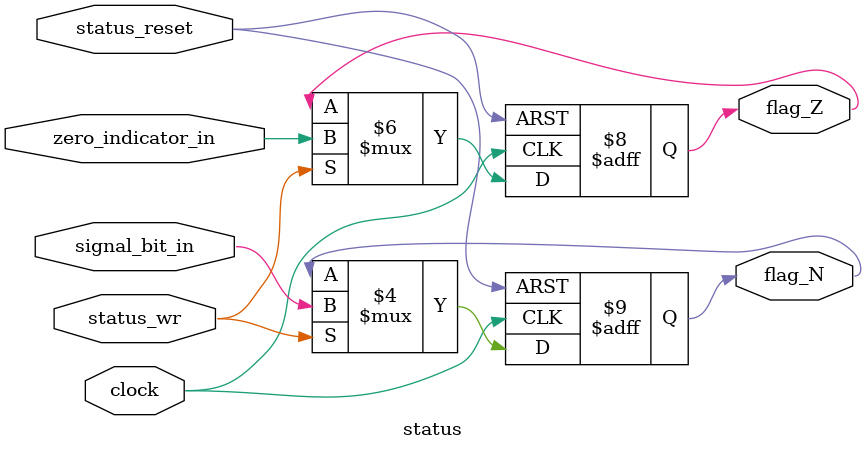
<source format=sv>
module status
    (
        input logic zero_indicator_in, signal_bit_in,
        input logic status_reset, clock, status_wr,
        output logic flag_Z, flag_N
    );
	 

    always_ff @(posedge clock or posedge status_reset)
    begin
        if(status_reset==1'b1)
        begin
            flag_Z <= 1'b0;
            flag_N <= 1'b0;
        end
        else
        begin
            if(status_wr==1'b1)
            begin
                flag_Z <= zero_indicator_in;			
                flag_N <= signal_bit_in;
            end
        end
    end
endmodule
</source>
